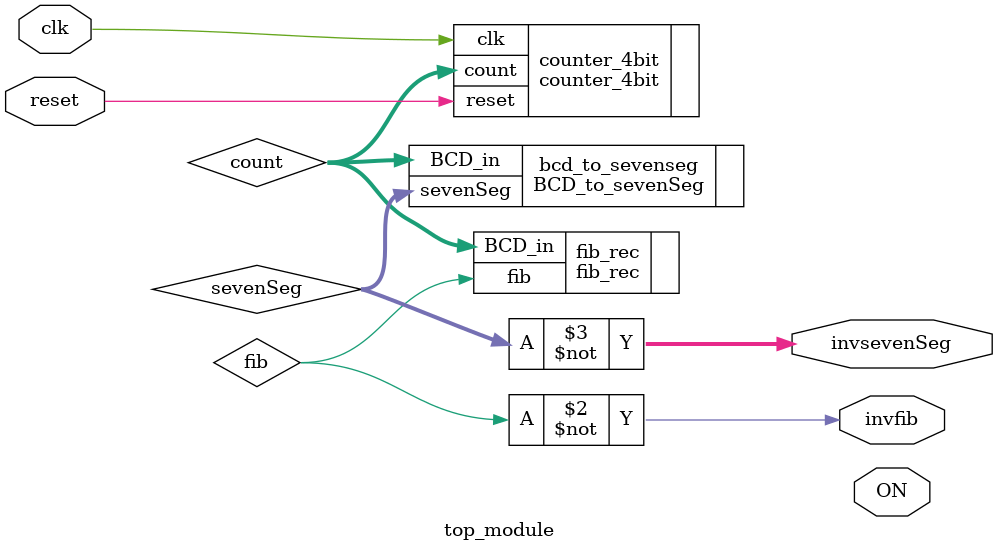
<source format=sv>
`timescale 1ns / 1ps
/*
NOMBRE DEL MODULO: top module
FECHA DE CREACION:07-04-2023
FECHA DE MODIFICACION: 
FUNCION: modulo que contiene sub-modulos, que permiten tomar la cuenta del counter y representarlo en el display*/

module top_module(
    input logic clk, reset, //entradas (van al counter) y señal de on.off
    output logic invfib,  // salidas (desde elBCD_to_sevenseg y del fibb_rec)
    output logic [6:0]invsevenSeg,
    output logic ON
    );
    //se necesita establecer variables internas que van desde un modulo a otro
    logic [3:0]count; //(salida del contador y entradas a fibb_rec y bcd to 7seg)
    logic fib;
    logic [6:0]sevenSeg;
    
    counter_4bit counter_4bit( //instanciamos el modulo del counter y se asignan las variables in-out
        .clk(clk),
        .reset(reset),
        .count(count));
    
    BCD_to_sevenSeg bcd_to_sevenseg( //instanciamos el modulo que toma numero bcd y lo convierte a la repesentacion de 7 seg
        .BCD_in(count),
        .sevenSeg(sevenSeg));
        
    fib_rec fib_rec( //instaciamos el modulo que toma el numero bcd y lo reconoce como un numerofibbinario
        .BCD_in(count),
        .fib(fib));
    
    always_comb begin
        invfib =~fib;
        invsevenSeg =~sevenSeg;
    end 
endmodule

</source>
